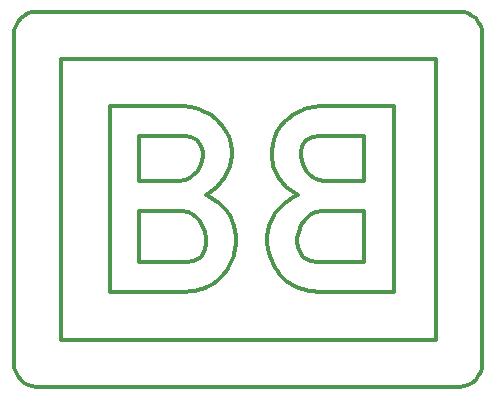
<source format=gbr>
%TF.GenerationSoftware,KiCad,Pcbnew,(5.1.10)-1*%
%TF.CreationDate,2021-08-07T23:39:34-07:00*%
%TF.ProjectId,bottom-plate,626f7474-6f6d-42d7-906c-6174652e6b69,rev?*%
%TF.SameCoordinates,Original*%
%TF.FileFunction,Legend,Bot*%
%TF.FilePolarity,Positive*%
%FSLAX46Y46*%
G04 Gerber Fmt 4.6, Leading zero omitted, Abs format (unit mm)*
G04 Created by KiCad (PCBNEW (5.1.10)-1) date 2021-08-07 23:39:34*
%MOMM*%
%LPD*%
G01*
G04 APERTURE LIST*
%ADD10C,0.320000*%
G04 APERTURE END LIST*
D10*
X140057333Y-98750424D02*
X139848412Y-98736964D01*
X140140013Y-98754604D02*
X140088793Y-98754604D01*
X140293833Y-98777745D02*
X140140013Y-98754604D01*
X140088793Y-98754604D02*
X140057333Y-98750424D01*
X139848412Y-98736964D02*
X139589113Y-98731164D01*
X140534153Y-98848304D02*
X140491173Y-98832625D01*
X139338572Y-96199144D02*
X139458453Y-96199144D01*
X141599393Y-93251004D02*
X141278573Y-92753004D01*
X141564393Y-99704064D02*
X141395693Y-99472564D01*
X140617393Y-98879764D02*
X140534153Y-98848304D01*
X140856372Y-99003444D02*
X140617393Y-98879764D01*
X143863233Y-92260404D02*
X143917773Y-92381404D01*
X141143532Y-99211584D02*
X140856372Y-99003444D01*
X141395693Y-99472564D02*
X141143532Y-99211584D01*
X141612593Y-99786184D02*
X141564393Y-99704064D01*
X142034573Y-101029724D02*
X141929033Y-100471644D01*
X140182213Y-92354404D02*
X139995093Y-92354404D01*
X142034573Y-101216064D02*
X142034573Y-101029724D01*
X141706573Y-94082484D02*
X141706573Y-93948564D01*
X143777233Y-98758204D02*
X143886653Y-98918564D01*
X139995093Y-92354404D02*
X136361213Y-92354404D01*
X140743612Y-92454004D02*
X140182213Y-92354404D01*
X141205273Y-95399044D02*
X141483613Y-94968304D01*
X141987733Y-97371364D02*
X142194673Y-97468864D01*
X140182492Y-96128864D02*
X140233233Y-96113204D01*
X143917773Y-92381404D02*
X144109333Y-93016404D01*
X140921352Y-95693404D02*
X141205273Y-95399044D01*
X139818913Y-96181504D02*
X140131493Y-96140444D01*
X140760693Y-95820184D02*
X140815513Y-95777224D01*
X142949053Y-91018004D02*
X143046633Y-91104004D01*
X144191453Y-93831164D02*
X144191453Y-94099624D01*
X144396493Y-99961724D02*
X144566533Y-100867104D01*
X142309893Y-90537404D02*
X142851193Y-90928204D01*
X141432873Y-90123204D02*
X141565733Y-90174204D01*
X140815513Y-95777224D02*
X140921352Y-95693404D01*
X143886653Y-98918564D02*
X143999913Y-99078724D01*
X144053673Y-94905164D02*
X143640493Y-95853284D01*
X140493073Y-95993824D02*
X140760693Y-95820184D01*
X140233233Y-96113204D02*
X140493073Y-95993824D01*
X141706573Y-93948564D02*
X141706573Y-93774084D01*
X143808353Y-92139204D02*
X143863233Y-92260404D01*
X142244053Y-97223884D02*
X141987733Y-97371364D01*
X142194673Y-97468864D02*
X143083813Y-98050945D01*
X142851193Y-90928204D02*
X142949053Y-91018004D01*
X144191453Y-93627464D02*
X144191453Y-93831164D01*
X141698593Y-90224804D02*
X142309893Y-90537404D01*
X139458453Y-96199144D02*
X139818913Y-96181504D01*
X136361213Y-92354404D02*
X136361213Y-96199144D01*
X144566533Y-100867104D02*
X144566533Y-101169224D01*
X143999913Y-99078724D02*
X144396493Y-99961724D01*
X144191453Y-94099624D02*
X144053673Y-94905164D01*
X143083813Y-98050945D02*
X143777233Y-98758204D01*
X140733393Y-89945404D02*
X141432873Y-90123204D01*
X141650613Y-94484644D02*
X141706573Y-94082484D01*
X140056553Y-89869204D02*
X140733393Y-89945404D01*
X140131493Y-96140444D02*
X140182492Y-96128864D01*
X143640493Y-95853284D02*
X142951793Y-96675104D01*
X141929033Y-100471644D02*
X141682853Y-99895344D01*
X141682853Y-99895344D02*
X141612593Y-99786184D01*
X143046633Y-91104004D02*
X143470453Y-91586204D01*
X143470453Y-91586204D02*
X143808353Y-92139204D01*
X136361213Y-96199144D02*
X139338572Y-96199144D01*
X141278573Y-92753004D02*
X140743612Y-92454004D01*
X142951793Y-96675104D02*
X142244053Y-97223884D01*
X141565733Y-90174204D02*
X141698593Y-90224804D01*
X144109333Y-93016404D02*
X144191453Y-93627464D01*
X141706573Y-93774084D02*
X141599393Y-93251004D01*
X140491173Y-98832625D02*
X140293833Y-98777745D01*
X141483613Y-94968304D02*
X141650613Y-94484644D01*
X140979853Y-105482984D02*
X140878093Y-105498444D01*
X141559953Y-105353724D02*
X141085113Y-105463444D01*
X125720793Y-83732004D02*
X125760756Y-83431404D01*
X141964313Y-105228924D02*
X141559953Y-105353724D01*
X144347733Y-102540604D02*
X143898233Y-103517664D01*
X165408393Y-83732004D02*
X165408393Y-83832404D01*
X161439593Y-109629244D02*
X129689553Y-109629244D01*
X126593919Y-82185804D02*
X126931265Y-82003404D01*
X126300671Y-82427804D02*
X126593919Y-82185804D01*
X163824593Y-113557766D02*
X163523993Y-113598004D01*
X165252593Y-112387256D02*
X165070193Y-112724604D01*
X143476233Y-104117384D02*
X143120713Y-104498244D01*
X143898233Y-103517664D02*
X143839813Y-103607484D01*
X165367993Y-83431404D02*
X165408393Y-83732004D01*
X144566533Y-101169224D02*
X144566533Y-101485584D01*
X127304159Y-113557766D02*
X126931265Y-113442286D01*
X125760756Y-112014364D02*
X125720793Y-111713676D01*
X126593919Y-113259834D02*
X126300671Y-113017850D01*
X164534793Y-113259834D02*
X164197593Y-113442286D01*
X144566533Y-101485584D02*
X144410333Y-102329784D01*
X165408393Y-111613628D02*
X165408393Y-111713676D01*
X129689553Y-109629244D02*
X129689553Y-85816804D01*
X129689553Y-85816804D02*
X161439593Y-85816804D01*
X127604845Y-81848004D02*
X127705169Y-81848004D01*
X165070193Y-112724604D02*
X164828193Y-113017850D01*
X165408393Y-111713676D02*
X165367993Y-112014364D01*
X125720793Y-111713676D02*
X125720793Y-111613628D01*
X163423993Y-113598004D02*
X127705169Y-113598004D01*
X142034573Y-105201604D02*
X141964313Y-105228924D01*
X143042753Y-104568524D02*
X142968313Y-104634984D01*
X144379133Y-102435344D02*
X144347733Y-102540604D01*
X164197593Y-113442286D02*
X163824593Y-113557766D01*
X125720793Y-111613628D02*
X125720793Y-83832404D01*
X126931265Y-82003404D02*
X127304159Y-81888004D01*
X125876236Y-83058404D02*
X126058687Y-82721205D01*
X165367993Y-112014364D02*
X165252593Y-112387256D01*
X126058687Y-82721205D02*
X126300671Y-82427804D01*
X133876033Y-89869204D02*
X139831053Y-89869204D01*
X140878093Y-105498444D02*
X140092613Y-105576684D01*
X143784913Y-103697364D02*
X143476233Y-104117384D01*
X142128273Y-105162444D02*
X142034573Y-105201604D01*
X144410333Y-102329784D02*
X144379133Y-102435344D01*
X127604845Y-113598004D02*
X127304159Y-113557766D01*
X141085113Y-105463444D02*
X140979853Y-105482984D01*
X125720793Y-83832404D02*
X125720793Y-83732004D01*
X143839813Y-103607484D02*
X143784913Y-103697364D01*
X126058687Y-112724604D02*
X125876236Y-112387256D01*
X164828193Y-113017850D02*
X164534793Y-113259834D01*
X139831053Y-89869204D02*
X140056553Y-89869204D01*
X139831053Y-105576684D02*
X133876033Y-105576684D01*
X127304159Y-81888004D02*
X127604845Y-81848004D01*
X142567833Y-104926024D02*
X142128273Y-105162444D01*
X125760756Y-83431404D02*
X125876236Y-83058404D01*
X126931265Y-113442286D02*
X126593919Y-113259834D01*
X161439593Y-85816804D02*
X161439593Y-109629244D01*
X126300671Y-113017850D02*
X126058687Y-112724604D01*
X165408393Y-83832404D02*
X165408393Y-111613628D01*
X163523993Y-113598004D02*
X163423993Y-113598004D01*
X133876033Y-105576684D02*
X133876033Y-89869204D01*
X142968313Y-104634984D02*
X142567833Y-104926024D01*
X140092613Y-105576684D02*
X139831053Y-105576684D01*
X125876236Y-112387256D02*
X125760756Y-112014364D01*
X143120713Y-104498244D02*
X143042753Y-104568524D01*
X127705169Y-113598004D02*
X127604845Y-113598004D01*
X150202793Y-99703784D02*
X150154793Y-99785904D01*
X140953093Y-102930364D02*
X141553892Y-102587464D01*
X149852793Y-102016164D02*
X150213193Y-102587464D01*
X147200793Y-101169224D02*
X147200793Y-100867104D01*
X149838193Y-100471644D02*
X149732793Y-101029724D01*
X150060993Y-93774084D02*
X150060993Y-93948564D01*
X151627392Y-98754604D02*
X151473593Y-98777745D01*
X155406193Y-98731164D02*
X152264793Y-98731164D01*
X150623593Y-99211584D02*
X150371393Y-99472284D01*
X150371393Y-99472284D02*
X150202793Y-99703784D01*
X151948193Y-96181504D02*
X152308593Y-96199144D01*
X151584993Y-92354204D02*
X151023593Y-92453604D01*
X150060993Y-93948564D02*
X150060993Y-94082484D01*
X150154793Y-99785904D02*
X150084193Y-99895344D01*
X151709793Y-98750424D02*
X151678592Y-98754604D01*
X155406193Y-92354204D02*
X151772393Y-92354204D01*
X155406193Y-96199144D02*
X155406193Y-92354204D01*
X151772393Y-92354204D02*
X151584993Y-92354204D01*
X151584993Y-96128864D02*
X151635593Y-96140444D01*
X151533993Y-96113204D02*
X151584993Y-96128864D01*
X150084193Y-99895344D02*
X149838193Y-100471644D01*
X151149793Y-98879764D02*
X150910793Y-99003444D01*
X151655193Y-103044724D02*
X155406193Y-103044724D01*
X149732793Y-101415884D02*
X149852793Y-102016164D01*
X136361213Y-103044724D02*
X140112213Y-103044724D01*
X151276193Y-98832625D02*
X151233193Y-98848304D01*
X152428793Y-96199144D02*
X155406193Y-96199144D01*
X150951793Y-95777224D02*
X151006393Y-95820184D01*
X155406193Y-103044724D02*
X155406193Y-98731164D01*
X141553892Y-102587464D02*
X141914413Y-102016164D01*
X147767193Y-99078724D02*
X147880793Y-98918564D01*
X150167993Y-93251004D02*
X150060993Y-93774084D01*
X151023593Y-92453604D02*
X150488793Y-92752804D01*
X151006393Y-95820184D02*
X151273993Y-95993824D01*
X152308593Y-96199144D02*
X152428793Y-96199144D01*
X151444993Y-103044724D02*
X151655193Y-103044724D01*
X149732793Y-101216064D02*
X149732793Y-101415884D01*
X147370593Y-99961724D02*
X147767193Y-99078724D01*
X147200793Y-100867104D02*
X147370593Y-99961724D01*
X149732793Y-101029724D02*
X149732793Y-101216064D01*
X150488793Y-92752804D02*
X150167993Y-93251004D01*
X151473593Y-98777745D02*
X151276193Y-98832625D01*
X150845793Y-95693404D02*
X150951793Y-95777224D01*
X150561793Y-95399044D02*
X150845793Y-95693404D01*
X150116593Y-94484644D02*
X150283593Y-94968304D01*
X141914413Y-102016164D02*
X142034573Y-101415884D01*
X140322193Y-103044724D02*
X140953093Y-102930364D01*
X150910793Y-99003444D02*
X150623593Y-99211584D01*
X151233193Y-98848304D02*
X151149793Y-98879764D01*
X150213193Y-102587464D02*
X150813993Y-102930364D01*
X152178193Y-98731164D02*
X151918993Y-98736964D01*
X151918993Y-98736964D02*
X151709793Y-98750424D01*
X139502833Y-98731164D02*
X136361213Y-98731164D01*
X142034573Y-101415884D02*
X142034573Y-101216064D01*
X139589113Y-98731164D02*
X139502833Y-98731164D01*
X151678592Y-98754604D02*
X151627392Y-98754604D01*
X150813993Y-102930364D02*
X151444993Y-103044724D01*
X136361213Y-98731164D02*
X136361213Y-103044724D01*
X150060993Y-94082484D02*
X150116593Y-94484644D01*
X151635593Y-96140444D02*
X151948193Y-96181504D01*
X151273993Y-95993824D02*
X151533993Y-96113204D01*
X152264793Y-98731164D02*
X152178193Y-98731164D01*
X140112213Y-103044724D02*
X140322193Y-103044724D01*
X150283593Y-94968304D02*
X150561793Y-95399044D01*
X163824593Y-81888004D02*
X164197593Y-82003404D01*
X163523993Y-81848004D02*
X163824593Y-81888004D01*
X165070193Y-82721205D02*
X165252593Y-83058404D01*
X163423993Y-81848004D02*
X163523993Y-81848004D01*
X164197593Y-82003404D02*
X164534793Y-82185804D01*
X164828193Y-82427804D02*
X165070193Y-82721205D01*
X164534793Y-82185804D02*
X164828193Y-82427804D01*
X127705169Y-81848004D02*
X163423993Y-81848004D01*
X149457193Y-90537404D02*
X150068793Y-90224804D01*
X147849393Y-92381404D02*
X147904193Y-92260404D01*
X149199193Y-104926024D02*
X148798793Y-104634984D01*
X148296593Y-91586204D02*
X148720593Y-91103804D01*
X147356793Y-102329784D02*
X147200793Y-101459124D01*
X148815393Y-96675104D02*
X148126593Y-95853284D01*
X148720593Y-91103804D02*
X148818393Y-91018004D01*
X147958793Y-92139204D02*
X148296593Y-91586204D01*
X150682193Y-105463444D02*
X150207393Y-105353724D01*
X149572393Y-97468864D02*
X149779593Y-97371364D01*
X151033993Y-89945404D02*
X151710792Y-89869204D01*
X147388193Y-102435344D02*
X147356793Y-102329784D01*
X147419393Y-102540604D02*
X147388193Y-102435344D01*
X150201593Y-90174204D02*
X150334393Y-90123204D01*
X157891393Y-89869204D02*
X157891393Y-105576684D01*
X151649393Y-105576684D02*
X150889393Y-105498444D01*
X148290793Y-104117384D02*
X147982193Y-103697364D01*
X149803193Y-105228924D02*
X149732793Y-105201604D01*
X147200793Y-101459124D02*
X147200793Y-101169224D01*
X147575993Y-94099844D02*
X147575993Y-93831444D01*
X147868793Y-103517384D02*
X147419393Y-102540604D01*
X148126593Y-95853284D02*
X147713393Y-94905164D01*
X148646393Y-104498244D02*
X148290793Y-104117384D01*
X147927593Y-103607484D02*
X147868793Y-103517384D01*
X148724593Y-104568524D02*
X148646393Y-104498244D01*
X151936593Y-89869204D02*
X157891393Y-89869204D01*
X150207393Y-105353724D02*
X149803193Y-105228924D01*
X148683593Y-98050945D02*
X149572393Y-97468864D01*
X149779593Y-97371364D02*
X149522993Y-97223884D01*
X151936593Y-105576684D02*
X151649393Y-105576684D01*
X147575993Y-93627464D02*
X147657793Y-93016404D01*
X157891393Y-105576684D02*
X151936593Y-105576684D01*
X147880793Y-98918564D02*
X147990193Y-98758204D01*
X151710792Y-89869204D02*
X151936593Y-89869204D01*
X150068793Y-90224804D02*
X150201593Y-90174204D01*
X148818393Y-91018004D02*
X148915993Y-90928204D01*
X147575993Y-93831444D02*
X147575993Y-93627464D01*
X147713393Y-94905164D02*
X147575993Y-94099844D01*
X149522993Y-97223884D02*
X148815393Y-96675104D01*
X148798793Y-104634984D02*
X148724593Y-104568524D01*
X147982193Y-103697364D02*
X147927593Y-103607484D01*
X150787793Y-105482984D02*
X150682193Y-105463444D01*
X150334393Y-90123204D02*
X151033993Y-89945404D01*
X149732793Y-105201604D02*
X149638793Y-105162444D01*
X149638793Y-105162444D02*
X149199193Y-104926024D01*
X147990193Y-98758204D02*
X148683593Y-98050945D01*
X148915993Y-90928204D02*
X149457193Y-90537404D01*
X147904193Y-92260404D02*
X147958793Y-92139204D01*
X147657793Y-93016404D02*
X147849393Y-92381404D01*
X150889393Y-105498444D02*
X150787793Y-105482984D01*
X165252593Y-83058404D02*
X165367993Y-83431404D01*
M02*

</source>
